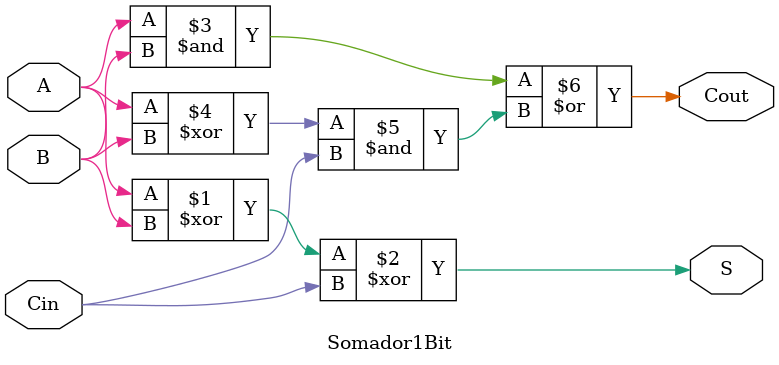
<source format=v>
module Somador1Bit (A, B, Cin, S, Cout);
input A, B, Cin;
output S, Cout;

assign S = ((A^B) ^ Cin);
assign Cout = ((A&B) | ((A^B)&Cin));

endmodule


</source>
